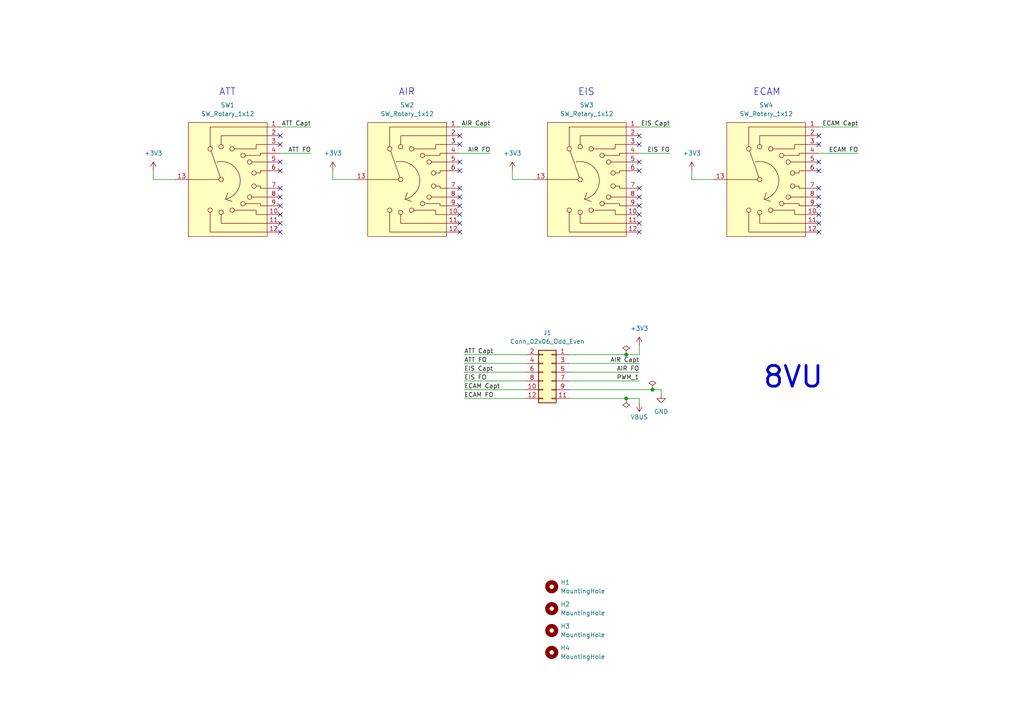
<source format=kicad_sch>
(kicad_sch (version 20231120) (generator "eeschema") (generator_version "8.0")
  (paper "A4")
  (lib_symbols
    (symbol "Connector_Generic:Conn_02x06_Odd_Even" (pin_names (offset 1.016) hide)
      (property "Reference" "J" (at 1.27 7.62 0))
      (property "Value" "Conn_02x06_Odd_Even" (at 1.27 -10.16 0))
      (symbol "Conn_02x06_Odd_Even_1_1"
        (rectangle (start -1.27 -7.493) (end 0 -7.747) (stroke (width 0.1524)))
        (rectangle (start -1.27 -4.953) (end 0 -5.207) (stroke (width 0.1524)))
        (rectangle (start -1.27 -2.413) (end 0 -2.667) (stroke (width 0.1524)))
        (rectangle (start -1.27 0.127) (end 0 -0.127) (stroke (width 0.1524)))
        (rectangle (start -1.27 2.667) (end 0 2.413) (stroke (width 0.1524)))
        (rectangle (start -1.27 5.207) (end 0 4.953) (stroke (width 0.1524)))
        (rectangle (start -1.27 6.35) (end 3.81 -8.89) (stroke (width 0.254)) (fill (type background)))
        (rectangle (start 3.81 -7.493) (end 2.54 -7.747) (stroke (width 0.1524)))
        (rectangle (start 3.81 -4.953) (end 2.54 -5.207) (stroke (width 0.1524)))
        (rectangle (start 3.81 -2.413) (end 2.54 -2.667) (stroke (width 0.1524)))
        (rectangle (start 3.81 0.127) (end 2.54 -0.127) (stroke (width 0.1524)))
        (rectangle (start 3.81 2.667) (end 2.54 2.413) (stroke (width 0.1524)))
        (rectangle (start 3.81 5.207) (end 2.54 4.953) (stroke (width 0.1524)))
        (pin passive line (at -5.08 5.08 0) (length 3.81) (name "Pin_1") (number "1"))
        (pin passive line (at 7.62 -5.08 180) (length 3.81) (name "Pin_10") (number "10"))
        (pin passive line (at -5.08 -7.62 0) (length 3.81) (name "Pin_11") (number "11"))
        (pin passive line (at 7.62 -7.62 180) (length 3.81) (name "Pin_12") (number "12"))
        (pin passive line (at 7.62 5.08 180) (length 3.81) (name "Pin_2") (number "2"))
        (pin passive line (at -5.08 2.54 0) (length 3.81) (name "Pin_3") (number "3"))
        (pin passive line (at 7.62 2.54 180) (length 3.81) (name "Pin_4") (number "4"))
        (pin passive line (at -5.08 0 0) (length 3.81) (name "Pin_5") (number "5"))
        (pin passive line (at 7.62 0 180) (length 3.81) (name "Pin_6") (number "6"))
        (pin passive line (at -5.08 -2.54 0) (length 3.81) (name "Pin_7") (number "7"))
        (pin passive line (at 7.62 -2.54 180) (length 3.81) (name "Pin_8") (number "8"))
        (pin passive line (at -5.08 -5.08 0) (length 3.81) (name "Pin_9") (number "9"))
      )
    )
    (symbol "Mechanical:MountingHole" (pin_names (offset 1.016))
      (property "Reference" "H" (at 0 5.08 0))
      (property "Value" "MountingHole" (at 0 3.175 0))
      (symbol "MountingHole_0_1"
        (circle (center 0 0) (radius 1.27) (stroke (width 1.27)))
      )
    )
    (symbol "Switch:SW_Rotary_1x12" (pin_names (offset 1.016) hide)
      (property "Reference" "SW" (at 0 17.78 0))
      (property "Value" "SW_Rotary_1x12" (at 0 -17.78 0))
      (symbol "SW_Rotary_1x12_0_0"
        (circle (center -5.08 -8.89) (radius 0.635))
        (circle (center -5.08 8.89) (radius 0.635))
        (circle (center -1.905 -9.525) (radius 0.635))
        (circle (center -1.905 0) (radius 0.635))
        (circle (center -1.905 9.525) (radius 0.635))
        (arc (start -0.635 -5.715) (mid 3.4777 0.949) (end -3.175 5.08))
        (polyline (pts (xy -2.1336 0.6096) (xy -4.826 8.2804)))
        (polyline (pts (xy -0.635 -5.715) (xy 0 -3.81)))
        (polyline (pts (xy -0.635 -5.715) (xy 1.27 -6.35)))
        (polyline (pts (xy 6.985 -5.08) (xy 11.43 -5.08)))
        (polyline (pts (xy 6.985 5.08) (xy 11.43 5.08)))
        (polyline (pts (xy -5.08 -9.525) (xy -5.08 -15.24) (xy 11.43 -15.24)))
        (polyline (pts (xy -5.08 9.525) (xy -5.08 15.24) (xy 11.43 15.24)))
        (polyline (pts (xy -1.905 -10.16) (xy -1.905 -12.7) (xy 11.43 -12.7)))
        (polyline (pts (xy -1.905 10.16) (xy -1.905 12.7) (xy 11.43 12.7)))
        (polyline (pts (xy 1.905 -8.89) (xy 8.255 -8.89) (xy 8.255 -10.16) (xy 11.43 -10.16)))
        (polyline (pts (xy 1.905 8.89) (xy 8.255 8.89) (xy 8.255 10.16) (xy 11.43 10.16)))
        (polyline (pts (xy 5.08 -6.985) (xy 9.525 -6.985) (xy 9.525 -7.62) (xy 11.43 -7.62)))
        (polyline (pts (xy 5.08 6.985) (xy 9.525 6.985) (xy 9.525 7.62) (xy 11.43 7.62)))
        (polyline (pts (xy 8.255 -1.905) (xy 9.525 -1.905) (xy 9.525 -2.54) (xy 11.43 -2.54)))
        (polyline (pts (xy 8.255 1.905) (xy 9.525 1.905) (xy 9.525 2.54) (xy 11.43 2.54)))
        (circle (center 1.27 -8.89) (radius 0.635))
        (circle (center 1.27 8.89) (radius 0.635))
        (circle (center 4.445 -6.985) (radius 0.635))
        (circle (center 4.445 6.985) (radius 0.635))
        (circle (center 6.35 -5.08) (radius 0.635))
        (circle (center 6.35 5.08) (radius 0.635))
        (circle (center 7.62 -1.905) (radius 0.635))
        (circle (center 7.62 1.905) (radius 0.635))
      )
      (symbol "SW_Rotary_1x12_1_1"
        (rectangle (start -11.43 16.51) (end 11.43 -16.51) (fill (type background)))
        (polyline (pts (xy -11.43 0) (xy -2.54 0)))
        (pin passive line (at 15.24 15.24 180) (length 3.81) (name "1") (number "1"))
        (pin passive line (at 15.24 -10.16 180) (length 3.81) (name "10") (number "10"))
        (pin passive line (at 15.24 -12.7 180) (length 3.81) (name "11") (number "11"))
        (pin passive line (at 15.24 -15.24 180) (length 3.81) (name "12") (number "12"))
        (pin passive line (at -15.24 0 0) (length 3.81) (name "13") (number "13"))
        (pin passive line (at 15.24 12.7 180) (length 3.81) (name "2") (number "2"))
        (pin passive line (at 15.24 10.16 180) (length 3.81) (name "3") (number "3"))
        (pin passive line (at 15.24 7.62 180) (length 3.81) (name "4") (number "4"))
        (pin passive line (at 15.24 5.08 180) (length 3.81) (name "5") (number "5"))
        (pin passive line (at 15.24 2.54 180) (length 3.81) (name "6") (number "6"))
        (pin passive line (at 15.24 -2.54 180) (length 3.81) (name "7") (number "7"))
        (pin passive line (at 15.24 -5.08 180) (length 3.81) (name "8") (number "8"))
        (pin passive line (at 15.24 -7.62 180) (length 3.81) (name "9") (number "9"))
      )
    )
    (symbol "power:+3V3" (power) (pin_names (offset 0))
      (property "Value" "+3V3" (at 0 3.556 0))
      (symbol "+3V3_0_1"
        (polyline (pts (xy -0.762 1.27) (xy 0 2.54)))
        (polyline (pts (xy 0 0) (xy 0 2.54)))
        (polyline (pts (xy 0 2.54) (xy 0.762 1.27)))
      )
      (symbol "+3V3_1_1"
        (pin power_in line (at 0 0 90) (length 0) hide (name "+3V3") (number "1"))
      )
    )
    (symbol "power:GND" (power) (pin_names (offset 0))
      (property "Value" "GND" (at 0 -3.81 0))
      (symbol "GND_0_1"
        (polyline (pts (xy 0 0) (xy 0 -1.27) (xy 1.27 -1.27) (xy 0 -2.54) (xy -1.27 -1.27) (xy 0 -1.27)))
      )
      (symbol "GND_1_1"
        (pin power_in line (at 0 0 270) (length 0) hide (name "GND") (number "1"))
      )
    )
    (symbol "power:PWR_FLAG" (power) (pin_numbers hide) (pin_names (offset 0) hide)
      (property "Value" "PWR_FLAG" (at 0 3.81 0))
      (symbol "PWR_FLAG_0_0"
        (pin power_out line (at 0 0 90) (length 0) (name "pwr") (number "1"))
      )
      (symbol "PWR_FLAG_0_1"
        (polyline (pts (xy 0 0) (xy 0 1.27) (xy -1.016 1.905) (xy 0 2.54) (xy 1.016 1.905) (xy 0 1.27)))
      )
    )
    (symbol "power:VBUS" (power) (pin_names (offset 0))
      (property "Value" "VBUS" (at 0 3.81 0))
      (symbol "VBUS_0_1"
        (polyline (pts (xy -0.762 1.27) (xy 0 2.54)))
        (polyline (pts (xy 0 0) (xy 0 2.54)))
        (polyline (pts (xy 0 2.54) (xy 0.762 1.27)))
      )
      (symbol "VBUS_1_1"
        (pin power_in line (at 0 0 90) (length 0) hide (name "VBUS") (number "1"))
      )
    )
  )
  (junction (at 189.23 113.03))
  (junction (at 181.61 102.87))
  (junction (at 181.61 115.57))
  (no_connect (at 185.42 62.23))
  (no_connect (at 185.42 57.15))
  (no_connect (at 133.35 41.91))
  (no_connect (at 81.28 67.31))
  (no_connect (at 237.49 62.23))
  (no_connect (at 237.49 49.53))
  (no_connect (at 81.28 57.15))
  (no_connect (at 237.49 64.77))
  (no_connect (at 185.42 46.99))
  (no_connect (at 133.35 67.31))
  (no_connect (at 237.49 46.99))
  (no_connect (at 185.42 59.69))
  (no_connect (at 81.28 46.99))
  (no_connect (at 237.49 57.15))
  (no_connect (at 81.28 59.69))
  (no_connect (at 133.35 46.99))
  (no_connect (at 133.35 57.15))
  (no_connect (at 133.35 59.69))
  (no_connect (at 185.42 67.31))
  (no_connect (at 237.49 59.69))
  (no_connect (at 237.49 39.37))
  (no_connect (at 81.28 49.53))
  (no_connect (at 185.42 54.61))
  (no_connect (at 185.42 64.77))
  (no_connect (at 81.28 64.77))
  (no_connect (at 133.35 54.61))
  (no_connect (at 81.28 62.23))
  (no_connect (at 81.28 54.61))
  (no_connect (at 81.28 39.37))
  (no_connect (at 237.49 67.31))
  (no_connect (at 133.35 62.23))
  (no_connect (at 81.28 41.91))
  (no_connect (at 237.49 41.91))
  (no_connect (at 133.35 64.77))
  (no_connect (at 133.35 49.53))
  (no_connect (at 185.42 41.91))
  (no_connect (at 185.42 49.53))
  (no_connect (at 237.49 54.61))
  (no_connect (at 133.35 39.37))
  (no_connect (at 185.42 39.37))
  (wire (pts (xy 165.1 115.57) (xy 181.61 115.57)))
  (wire (pts (xy 185.42 116.84) (xy 185.42 115.57)))
  (wire (pts (xy 165.1 113.03) (xy 189.23 113.03)))
  (wire (pts (xy 181.61 115.57) (xy 185.42 115.57)))
  (wire (pts (xy 165.1 107.95) (xy 185.42 107.95)))
  (wire (pts (xy 44.45 49.53) (xy 44.45 52.07)))
  (wire (pts (xy 165.1 102.87) (xy 181.61 102.87)))
  (wire (pts (xy 134.62 113.03) (xy 152.4 113.03)))
  (wire (pts (xy 165.1 110.49) (xy 185.42 110.49)))
  (wire (pts (xy 191.77 113.03) (xy 191.77 114.3)))
  (wire (pts (xy 134.62 105.41) (xy 152.4 105.41)))
  (wire (pts (xy 237.49 44.45) (xy 248.92 44.45)))
  (wire (pts (xy 237.49 36.83) (xy 248.92 36.83)))
  (wire (pts (xy 44.45 52.07) (xy 50.8 52.07)))
  (wire (pts (xy 81.28 36.83) (xy 90.17 36.83)))
  (wire (pts (xy 134.62 107.95) (xy 152.4 107.95)))
  (wire (pts (xy 96.52 49.53) (xy 96.52 52.07)))
  (wire (pts (xy 134.62 115.57) (xy 152.4 115.57)))
  (wire (pts (xy 81.28 44.45) (xy 90.17 44.45)))
  (wire (pts (xy 185.42 36.83) (xy 194.31 36.83)))
  (wire (pts (xy 181.61 102.87) (xy 185.42 102.87)))
  (wire (pts (xy 133.35 44.45) (xy 142.24 44.45)))
  (wire (pts (xy 185.42 100.33) (xy 185.42 102.87)))
  (wire (pts (xy 148.59 49.53) (xy 148.59 52.07)))
  (wire (pts (xy 148.59 52.07) (xy 154.94 52.07)))
  (wire (pts (xy 200.66 52.07) (xy 207.01 52.07)))
  (wire (pts (xy 134.62 110.49) (xy 152.4 110.49)))
  (wire (pts (xy 133.35 36.83) (xy 142.24 36.83)))
  (wire (pts (xy 96.52 52.07) (xy 102.87 52.07)))
  (wire (pts (xy 185.42 44.45) (xy 194.31 44.45)))
  (wire (pts (xy 134.62 102.87) (xy 152.4 102.87)))
  (wire (pts (xy 200.66 49.53) (xy 200.66 52.07)))
  (wire (pts (xy 165.1 105.41) (xy 185.42 105.41)))
  (wire (pts (xy 189.23 113.03) (xy 191.77 113.03)))
  (text "AIR" (at 115.57 27.94 0) (effects (font (size 2 2)) (justify left bottom)))
  (text "8VU" (at 220.98 113.03 0) (effects (font (size 6 6) (thickness 0.8) (bold yes)) (justify left bottom)))
  (text "EIS" (at 167.64 27.94 0) (effects (font (size 2 2)) (justify left bottom)))
  (text "ECAM" (at 218.44 27.94 0) (effects (font (size 2 2)) (justify left bottom)))
  (text "ATT" (at 63.5 27.94 0) (effects (font (size 2 2)) (justify left bottom)))
  (label "EIS FO" (at 134.62 110.49 0))
  (label "AIR FO" (at 142.24 44.45 180))
  (label "ATT Capt" (at 90.17 36.83 180))
  (label "ECAM Capt" (at 134.62 113.03 0))
  (label "PWM_1" (at 185.42 110.49 180))
  (label "AIR Capt" (at 185.42 105.41 180))
  (label "ECAM Capt" (at 248.92 36.83 180))
  (label "EIS Capt" (at 194.31 36.83 180))
  (label "ATT FO" (at 134.62 105.41 0))
  (label "ECAM FO" (at 134.62 115.57 0))
  (label "AIR FO" (at 185.42 107.95 180))
  (label "EIS Capt" (at 134.62 107.95 0))
  (label "ECAM FO" (at 248.92 44.45 180))
  (label "AIR Capt" (at 142.24 36.83 180))
  (label "ATT FO" (at 90.17 44.45 180))
  (label "ATT Capt" (at 134.62 102.87 0))
  (label "EIS FO" (at 194.31 44.45 180))
  (symbol (lib_id "power:PWR_FLAG") (at 181.61 115.57 180) (unit 1)
    (property "Reference" "#FLG02" (effects (hide yes)))
    (property "Value" "PWR_FLAG" (effects (hide yes)))
  )
  (symbol (lib_id "power:VBUS") (at 185.42 116.84 180) (unit 1)
    (property "Reference" "#PWR012" (effects (hide yes)))
    (property "Value" "VBUS" (at 185.42 120.9731 0))
  )
  (symbol (lib_id "Mechanical:MountingHole") (at 160.02 182.88 0) (unit 1) (in_bom no)
    (property "Reference" "H3" (at 162.56 181.61 0) (effects (justify left)))
    (property "Value" "MountingHole" (at 162.56 184.15 0) (effects (justify left)))
    (property "Footprint" "MountingHole:MountingHole_2.2mm_M2" (effects (hide yes)))
  )
  (symbol (lib_id "Switch:SW_Rotary_1x12") (at 222.25 52.07 0) (unit 1)
    (property "Reference" "SW4" (at 222.25 30.48 0))
    (property "Value" "SW_Rotary_1x12" (at 222.25 33.02 0))
    (property "Footprint" "NiasStuff:C&K_Rotary_Switches" (effects (hide yes)))
    (property "Datasheet" "https://www.mouser.de/datasheet/2/240/arotary-3050724.pdf" (effects (hide yes)))
    (property "JLCPCB Part" "N/A" (effects (hide yes)))
    (property "Manufracturer" "C&K" (effects (hide yes)))
    (property "Manufracturer Part Number" "A12505RNZQ " (effects (hide yes)))
  )
  (symbol (lib_id "power:PWR_FLAG") (at 189.23 113.03 0) (unit 1)
    (property "Reference" "#FLG03" (effects (hide yes)))
    (property "Value" "PWR_FLAG" (effects (hide yes)))
  )
  (symbol (lib_id "Switch:SW_Rotary_1x12") (at 170.18 52.07 0) (unit 1)
    (property "Reference" "SW3" (at 170.18 30.48 0))
    (property "Value" "SW_Rotary_1x12" (at 170.18 33.02 0))
    (property "Footprint" "NiasStuff:C&K_Rotary_Switches" (effects (hide yes)))
    (property "Datasheet" "https://www.mouser.de/datasheet/2/240/arotary-3050724.pdf" (effects (hide yes)))
    (property "JLCPCB Part" "N/A" (effects (hide yes)))
    (property "Manufracturer" "C&K" (effects (hide yes)))
    (property "Manufracturer Part Number" "A12505RNZQ " (effects (hide yes)))
  )
  (symbol (lib_id "Switch:SW_Rotary_1x12") (at 118.11 52.07 0) (unit 1)
    (property "Reference" "SW2" (at 118.11 30.48 0))
    (property "Value" "SW_Rotary_1x12" (at 118.11 33.02 0))
    (property "Footprint" "NiasStuff:C&K_Rotary_Switches" (effects (hide yes)))
    (property "Datasheet" "https://www.mouser.de/datasheet/2/240/arotary-3050724.pdf" (effects (hide yes)))
    (property "JLCPCB Part" "N/A" (effects (hide yes)))
    (property "Manufracturer" "C&K" (effects (hide yes)))
    (property "Manufracturer Part Number" "A12505RNZQ " (effects (hide yes)))
  )
  (symbol (lib_id "power:PWR_FLAG") (at 181.61 102.87 0) (unit 1)
    (property "Reference" "#FLG01" (effects (hide yes)))
    (property "Value" "PWR_FLAG" (effects (hide yes)))
  )
  (symbol (lib_id "power:GND") (at 191.77 114.3 0) (unit 1)
    (property "Reference" "#PWR013" (effects (hide yes)))
    (property "Value" "GND" (at 191.77 119.38 0))
  )
  (symbol (lib_id "Mechanical:MountingHole") (at 160.02 189.23 0) (unit 1) (in_bom no)
    (property "Reference" "H4" (at 162.56 187.96 0) (effects (justify left)))
    (property "Value" "MountingHole" (at 162.56 190.5 0) (effects (justify left)))
    (property "Footprint" "MountingHole:MountingHole_2.2mm_M2" (effects (hide yes)))
  )
  (symbol (lib_id "Switch:SW_Rotary_1x12") (at 66.04 52.07 0) (unit 1)
    (property "Reference" "SW1" (at 66.04 30.48 0))
    (property "Value" "SW_Rotary_1x12" (at 66.04 33.02 0))
    (property "Footprint" "NiasStuff:C&K_Rotary_Switches" (effects (hide yes)))
    (property "Datasheet" "https://www.mouser.de/datasheet/2/240/arotary-3050724.pdf" (effects (hide yes)))
    (property "JLCPCB Part" "N/A" (effects (hide yes)))
    (property "Manufracturer" "C&K" (effects (hide yes)))
    (property "Manufracturer Part Number" "A12505RNZQ " (effects (hide yes)))
  )
  (symbol (lib_id "power:+3V3") (at 185.42 100.33 0) (unit 1)
    (property "Reference" "#PWR011" (effects (hide yes)))
    (property "Value" "+3V3" (at 185.42 95.25 0))
  )
  (symbol (lib_id "Connector_Generic:Conn_02x06_Odd_Even") (at 160.02 107.95 0) (mirror y) (unit 1)
    (property "Reference" "J1" (at 158.75 96.52 0))
    (property "Value" "Conn_02x06_Odd_Even" (at 158.75 99.06 0))
    (property "Footprint" "Connector_IDC:IDC-Header_2x06_P2.54mm_Vertical" (effects (hide yes)))
    (property "Datasheet" "https://www.lcsc.com/datasheet/lcsc_datasheet_2304140030_BOOMELE-Boom-Precision-Elec-2-54-2-6P_C9136.pdf" (effects (hide yes)))
    (property "JLCPCB Part" "C9136" (effects (hide yes)))
    (property "Manufracturer" "BOOMELE(Boom Precision Elec)" (effects (hide yes)))
    (property "Manufracturer Part Number" "2.54-2*6P" (effects (hide yes)))
  )
  (symbol (lib_id "Mechanical:MountingHole") (at 160.02 176.53 0) (unit 1) (in_bom no)
    (property "Reference" "H2" (at 162.56 175.26 0) (effects (justify left)))
    (property "Value" "MountingHole" (at 162.56 177.8 0) (effects (justify left)))
    (property "Footprint" "MountingHole:MountingHole_2.2mm_M2" (effects (hide yes)))
  )
  (symbol (lib_id "power:+3V3") (at 148.59 49.53 0) (unit 1)
    (property "Reference" "#PWR03" (effects (hide yes)))
    (property "Value" "+3V3" (at 148.59 44.45 0))
  )
  (symbol (lib_id "Mechanical:MountingHole") (at 160.02 170.18 0) (unit 1) (in_bom no)
    (property "Reference" "H1" (at 162.56 168.91 0) (effects (justify left)))
    (property "Value" "MountingHole" (at 162.56 171.45 0) (effects (justify left)))
    (property "Footprint" "MountingHole:MountingHole_2.2mm_M2" (effects (hide yes)))
  )
  (symbol (lib_id "power:+3V3") (at 96.52 49.53 0) (unit 1)
    (property "Reference" "#PWR02" (effects (hide yes)))
    (property "Value" "+3V3" (at 96.52 44.45 0))
  )
  (symbol (lib_id "power:+3V3") (at 44.45 49.53 0) (unit 1)
    (property "Reference" "#PWR01" (effects (hide yes)))
    (property "Value" "+3V3" (at 44.45 44.45 0))
  )
  (symbol (lib_id "power:+3V3") (at 200.66 49.53 0) (unit 1)
    (property "Reference" "#PWR04" (effects (hide yes)))
    (property "Value" "+3V3" (at 200.66 44.45 0))
  )
)
</source>
